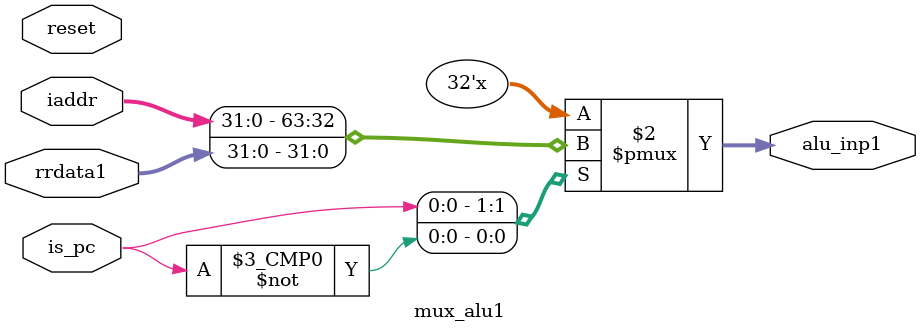
<source format=v>
module mux_alu1( input reset,
                input [31:0] rrdata1,
                input [31:0] iaddr,
                input is_pc,
                output [31:0] alu_inp1
               );
    reg [31:0] alu_inp1;

    
    //Mux_alu1-deciding between pc_val or read1-regfile
    //I/p to ALU are two mux outputs- one after Read1-regfile o/p and other after Read2-regfile o/p  
    //Note- mux_alu1_in1 - from regfile read1 "rs1"
    //      mux_alu1_in2 - from PC         
    //always @(rrdata1 or iaddr or is_pc ) begin
    always @(* ) begin
        case(is_pc)
            1'b1: alu_inp1 = iaddr; 
            1'b0: alu_inp1 = rrdata1;
                //$display("rrdata1, alu_inp1, %d", rrdata1);
            
            
        endcase
    end
    
endmodule
</source>
